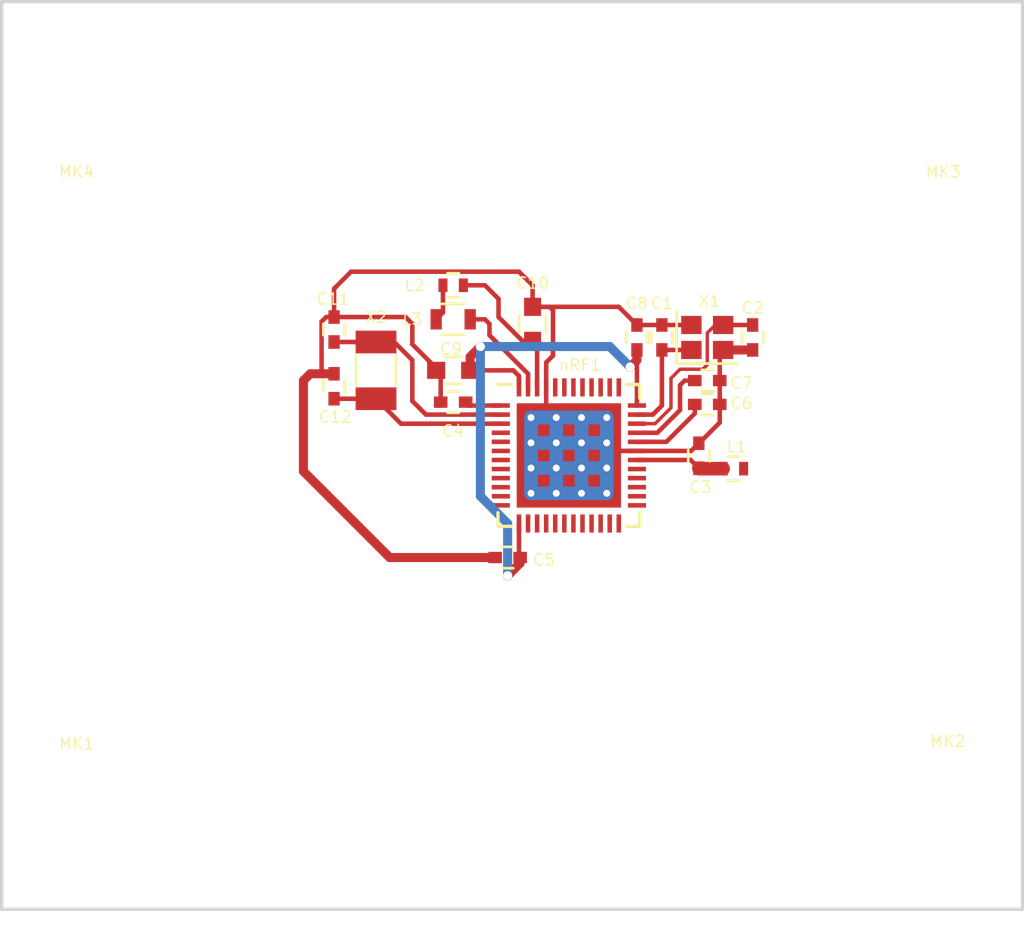
<source format=kicad_pcb>
(kicad_pcb (version 4) (host pcbnew 4.0.7-e1-6374~58~ubuntu16.04.1)

  (general
    (links 54)
    (no_connects 0)
    (area 74.924999 79.924999 120.075001 165.075001)
    (thickness 1.6)
    (drawings 4)
    (tracks 155)
    (zones 0)
    (modules 22)
    (nets 48)
  )

  (page USLetter)
  (title_block
    (date 2017-07-22)
    (rev 0.9)
  )

  (layers
    (0 F.Cu signal)
    (31 B.Cu signal)
    (32 B.Adhes user)
    (33 F.Adhes user)
    (34 B.Paste user)
    (35 F.Paste user)
    (36 B.SilkS user)
    (37 F.SilkS user)
    (38 B.Mask user)
    (39 F.Mask user)
    (40 Dwgs.User user)
    (41 Cmts.User user)
    (42 Eco1.User user)
    (43 Eco2.User user)
    (44 Edge.Cuts user)
    (45 Margin user)
    (46 B.CrtYd user)
    (47 F.CrtYd user)
    (48 B.Fab user)
    (49 F.Fab user)
  )

  (setup
    (last_trace_width 0.4)
    (user_trace_width 0.15)
    (user_trace_width 0.2)
    (user_trace_width 0.3)
    (user_trace_width 0.4)
    (user_trace_width 0.6)
    (trace_clearance 0.15)
    (zone_clearance 0.15)
    (zone_45_only yes)
    (trace_min 0.15)
    (segment_width 0.2)
    (edge_width 0.15)
    (via_size 0.41)
    (via_drill 0.4)
    (via_min_size 0.4)
    (via_min_drill 0.4)
    (uvia_size 0.4)
    (uvia_drill 0.1)
    (uvias_allowed no)
    (uvia_min_size 0.4)
    (uvia_min_drill 0.1)
    (pcb_text_width 0.3)
    (pcb_text_size 1.5 1.5)
    (mod_edge_width 0.15)
    (mod_text_size 1 1)
    (mod_text_width 0.15)
    (pad_size 1.524 1.524)
    (pad_drill 0.762)
    (pad_to_mask_clearance 0.2)
    (aux_axis_origin 0 0)
    (visible_elements 7FFFFFFF)
    (pcbplotparams
      (layerselection 0x00030_80000001)
      (usegerberextensions false)
      (excludeedgelayer true)
      (linewidth 0.100000)
      (plotframeref false)
      (viasonmask false)
      (mode 1)
      (useauxorigin false)
      (hpglpennumber 1)
      (hpglpenspeed 20)
      (hpglpendiameter 15)
      (hpglpenoverlay 2)
      (psnegative false)
      (psa4output false)
      (plotreference true)
      (plotvalue true)
      (plotinvisibletext false)
      (padsonsilk false)
      (subtractmaskfromsilk false)
      (outputformat 1)
      (mirror false)
      (drillshape 1)
      (scaleselection 1)
      (outputdirectory ""))
  )

  (net 0 "")
  (net 1 GND)
  (net 2 "Net-(C1-Pad2)")
  (net 3 "Net-(C2-Pad2)")
  (net 4 "Net-(C3-Pad2)")
  (net 5 +3V3)
  (net 6 /DEC4)
  (net 7 "Net-(L2-Pad1)")
  (net 8 /DEC1)
  (net 9 /DEC2)
  (net 10 /DEC3)
  (net 11 "Net-(L2-Pad2)")
  (net 12 /P0.00/XL1)
  (net 13 /P0.01/XL2)
  (net 14 /RF)
  (net 15 /P0.02/AIN0)
  (net 16 /P0.03/AIN1)
  (net 17 /P0.04/AIN2)
  (net 18 /P0.05/AIN3)
  (net 19 /P0.06)
  (net 20 /P0.07)
  (net 21 /P0.08)
  (net 22 /P0.11)
  (net 23 /P0.12)
  (net 24 /P0.13)
  (net 25 /P0.14)
  (net 26 /P0.15)
  (net 27 /P0.16)
  (net 28 /P0.17)
  (net 29 /P0.18)
  (net 30 /P0.19)
  (net 31 /P0.20)
  (net 32 /P0.21)
  (net 33 /SWDCLK)
  (net 34 /SWDIO)
  (net 35 /P0.22)
  (net 36 /P0.23)
  (net 37 /P0.24)
  (net 38 /P0.25)
  (net 39 /P0.26)
  (net 40 /P0.27)
  (net 41 /P0.28/AIN04)
  (net 42 /P0.29/AIN05)
  (net 43 /P0.30/AIN06)
  (net 44 /P0.31/AIN07)
  (net 45 "Net-(nRF1-Pad44)")
  (net 46 /P0.09)
  (net 47 /P0.10)

  (net_class Default "This is the default net class."
    (clearance 0.15)
    (trace_width 0.2)
    (via_dia 0.41)
    (via_drill 0.4)
    (uvia_dia 0.4)
    (uvia_drill 0.1)
    (add_net +3V3)
    (add_net /DEC1)
    (add_net /DEC2)
    (add_net /DEC3)
    (add_net /DEC4)
    (add_net /P0.00/XL1)
    (add_net /P0.01/XL2)
    (add_net /P0.02/AIN0)
    (add_net /P0.03/AIN1)
    (add_net /P0.04/AIN2)
    (add_net /P0.05/AIN3)
    (add_net /P0.06)
    (add_net /P0.07)
    (add_net /P0.08)
    (add_net /P0.09)
    (add_net /P0.10)
    (add_net /P0.11)
    (add_net /P0.12)
    (add_net /P0.13)
    (add_net /P0.14)
    (add_net /P0.15)
    (add_net /P0.16)
    (add_net /P0.17)
    (add_net /P0.18)
    (add_net /P0.19)
    (add_net /P0.20)
    (add_net /P0.21)
    (add_net /P0.22)
    (add_net /P0.23)
    (add_net /P0.24)
    (add_net /P0.25)
    (add_net /P0.26)
    (add_net /P0.27)
    (add_net /P0.28/AIN04)
    (add_net /P0.29/AIN05)
    (add_net /P0.30/AIN06)
    (add_net /P0.31/AIN07)
    (add_net /RF)
    (add_net /SWDCLK)
    (add_net /SWDIO)
    (add_net GND)
    (add_net "Net-(C1-Pad2)")
    (add_net "Net-(C2-Pad2)")
    (add_net "Net-(L2-Pad1)")
    (add_net "Net-(L2-Pad2)")
    (add_net "Net-(nRF1-Pad44)")
  )

  (net_class Crystal ""
    (clearance 0.15)
    (trace_width 0.15)
    (via_dia 0.41)
    (via_drill 0.4)
    (uvia_dia 0.4)
    (uvia_drill 0.1)
  )

  (net_class RF ""
    (clearance 0.15)
    (trace_width 0.6)
    (via_dia 0.41)
    (via_drill 0.4)
    (uvia_dia 0.4)
    (uvia_drill 0.1)
    (add_net "Net-(C3-Pad2)")
  )

  (module Crystals:Crystal_SMD_3215-2pin_3.2x1.5mm (layer F.Cu) (tedit 597CFD44) (tstamp 5973D460)
    (at 91.5 96.25 90)
    (descr "SMD Crystal FC-135 https://support.epson.biz/td/api/doc_check.php?dl=brief_FC-135R_en.pdf")
    (tags "SMD SMT Crystal")
    (path /59739DF8)
    (attr smd)
    (fp_text reference X2 (at 2.35 0 180) (layer F.SilkS)
      (effects (font (size 0.5 0.5) (thickness 0.0625)))
    )
    (fp_text value 32.768kHz (at -2.81 -0.0092 180) (layer F.Fab)
      (effects (font (size 0.5 0.5) (thickness 0.0625)))
    )
    (fp_text user %R (at 0 -0.05 90) (layer F.Fab)
      (effects (font (size 0.25 0.25) (thickness 0.0625)))
    )
    (fp_line (start -2 -1.15) (end 2 -1.15) (layer F.CrtYd) (width 0.05))
    (fp_line (start -1.6 -0.75) (end -1.6 0.75) (layer F.Fab) (width 0.1))
    (fp_line (start -0.675 0.875) (end 0.675 0.875) (layer F.SilkS) (width 0.12))
    (fp_line (start -0.675 -0.875) (end 0.675 -0.875) (layer F.SilkS) (width 0.12))
    (fp_line (start 1.6 -0.75) (end 1.6 0.75) (layer F.Fab) (width 0.1))
    (fp_line (start -1.6 -0.75) (end 1.6 -0.75) (layer F.Fab) (width 0.1))
    (fp_line (start -1.6 0.75) (end 1.6 0.75) (layer F.Fab) (width 0.1))
    (fp_line (start -2 1.15) (end 2 1.15) (layer F.CrtYd) (width 0.05))
    (fp_line (start -2 -1.15) (end -2 1.15) (layer F.CrtYd) (width 0.05))
    (fp_line (start 2 -1.15) (end 2 1.15) (layer F.CrtYd) (width 0.05))
    (pad 1 smd rect (at 1.25 0 90) (size 1 1.8) (layers F.Cu F.Paste F.Mask)
      (net 12 /P0.00/XL1))
    (pad 2 smd rect (at -1.25 0 90) (size 1 1.8) (layers F.Cu F.Paste F.Mask)
      (net 13 /P0.01/XL2))
    (model ${KISYS3DMOD}/Crystals.3dshapes/Crystal_SMD_3215-2pin_3.2x1.5mm.wrl
      (at (xyz 0 0 0))
      (scale (xyz 1 1 1))
      (rotate (xyz 0 0 0))
    )
  )

  (module Capacitors_SMD:C_0402 (layer F.Cu) (tedit 597CFD79) (tstamp 5973BECF)
    (at 104.1 94.8 270)
    (descr "Capacitor SMD 0402, reflow soldering, AVX (see smccp.pdf)")
    (tags "capacitor 0402")
    (path /59739DFC)
    (attr smd)
    (fp_text reference C1 (at -1.5 0 360) (layer F.SilkS)
      (effects (font (size 0.5 0.5) (thickness 0.0625)))
    )
    (fp_text value 12pF (at -2.852 0.0616 270) (layer F.Fab)
      (effects (font (size 0.5 0.5) (thickness 0.0625)))
    )
    (fp_text user %R (at 0 0 270) (layer F.Fab)
      (effects (font (size 0.25 0.25) (thickness 0.0625)))
    )
    (fp_line (start -0.5 0.25) (end -0.5 -0.25) (layer F.Fab) (width 0.1))
    (fp_line (start 0.5 0.25) (end -0.5 0.25) (layer F.Fab) (width 0.1))
    (fp_line (start 0.5 -0.25) (end 0.5 0.25) (layer F.Fab) (width 0.1))
    (fp_line (start -0.5 -0.25) (end 0.5 -0.25) (layer F.Fab) (width 0.1))
    (fp_line (start 0.25 -0.47) (end -0.25 -0.47) (layer F.SilkS) (width 0.12))
    (fp_line (start -0.25 0.47) (end 0.25 0.47) (layer F.SilkS) (width 0.12))
    (fp_line (start -1 -0.4) (end 1 -0.4) (layer F.CrtYd) (width 0.05))
    (fp_line (start -1 -0.4) (end -1 0.4) (layer F.CrtYd) (width 0.05))
    (fp_line (start 1 0.4) (end 1 -0.4) (layer F.CrtYd) (width 0.05))
    (fp_line (start 1 0.4) (end -1 0.4) (layer F.CrtYd) (width 0.05))
    (pad 1 smd rect (at -0.55 0 270) (size 0.6 0.5) (layers F.Cu F.Paste F.Mask)
      (net 1 GND))
    (pad 2 smd rect (at 0.55 0 270) (size 0.6 0.5) (layers F.Cu F.Paste F.Mask)
      (net 2 "Net-(C1-Pad2)"))
    (model Capacitors_SMD.3dshapes/C_0402.wrl
      (at (xyz 0 0 0))
      (scale (xyz 1 1 1))
      (rotate (xyz 0 0 0))
    )
  )

  (module Capacitors_SMD:C_0402 (layer F.Cu) (tedit 597CFD87) (tstamp 5973BED5)
    (at 108.1 94.8 90)
    (descr "Capacitor SMD 0402, reflow soldering, AVX (see smccp.pdf)")
    (tags "capacitor 0402")
    (path /59739DFD)
    (attr smd)
    (fp_text reference C2 (at 1.3 0 180) (layer F.SilkS)
      (effects (font (size 0.5 0.5) (thickness 0.0625)))
    )
    (fp_text value 12pF (at 0.1088 0.9676 90) (layer F.Fab)
      (effects (font (size 0.5 0.5) (thickness 0.0625)))
    )
    (fp_text user %R (at 0 0 90) (layer F.Fab)
      (effects (font (size 0.25 0.25) (thickness 0.0625)))
    )
    (fp_line (start -0.5 0.25) (end -0.5 -0.25) (layer F.Fab) (width 0.1))
    (fp_line (start 0.5 0.25) (end -0.5 0.25) (layer F.Fab) (width 0.1))
    (fp_line (start 0.5 -0.25) (end 0.5 0.25) (layer F.Fab) (width 0.1))
    (fp_line (start -0.5 -0.25) (end 0.5 -0.25) (layer F.Fab) (width 0.1))
    (fp_line (start 0.25 -0.47) (end -0.25 -0.47) (layer F.SilkS) (width 0.12))
    (fp_line (start -0.25 0.47) (end 0.25 0.47) (layer F.SilkS) (width 0.12))
    (fp_line (start -1 -0.4) (end 1 -0.4) (layer F.CrtYd) (width 0.05))
    (fp_line (start -1 -0.4) (end -1 0.4) (layer F.CrtYd) (width 0.05))
    (fp_line (start 1 0.4) (end 1 -0.4) (layer F.CrtYd) (width 0.05))
    (fp_line (start 1 0.4) (end -1 0.4) (layer F.CrtYd) (width 0.05))
    (pad 1 smd rect (at -0.55 0 90) (size 0.6 0.5) (layers F.Cu F.Paste F.Mask)
      (net 1 GND))
    (pad 2 smd rect (at 0.55 0 90) (size 0.6 0.5) (layers F.Cu F.Paste F.Mask)
      (net 3 "Net-(C2-Pad2)"))
    (model Capacitors_SMD.3dshapes/C_0402.wrl
      (at (xyz 0 0 0))
      (scale (xyz 1 1 1))
      (rotate (xyz 0 0 0))
    )
  )

  (module Capacitors_SMD:C_0402 (layer F.Cu) (tedit 597CFD9E) (tstamp 5973BEDB)
    (at 105.7275 100.0125 270)
    (descr "Capacitor SMD 0402, reflow soldering, AVX (see smccp.pdf)")
    (tags "capacitor 0402")
    (path /59739E02)
    (attr smd)
    (fp_text reference C3 (at 1.3875 -0.0725 360) (layer F.SilkS)
      (effects (font (size 0.5 0.5) (thickness 0.0625)))
    )
    (fp_text value 0.8pF (at 2.6543 -0.0381 270) (layer F.Fab)
      (effects (font (size 0.5 0.5) (thickness 0.0625)))
    )
    (fp_text user %R (at 0 0 270) (layer F.Fab)
      (effects (font (size 0.25 0.25) (thickness 0.0625)))
    )
    (fp_line (start -0.5 0.25) (end -0.5 -0.25) (layer F.Fab) (width 0.1))
    (fp_line (start 0.5 0.25) (end -0.5 0.25) (layer F.Fab) (width 0.1))
    (fp_line (start 0.5 -0.25) (end 0.5 0.25) (layer F.Fab) (width 0.1))
    (fp_line (start -0.5 -0.25) (end 0.5 -0.25) (layer F.Fab) (width 0.1))
    (fp_line (start 0.25 -0.47) (end -0.25 -0.47) (layer F.SilkS) (width 0.12))
    (fp_line (start -0.25 0.47) (end 0.25 0.47) (layer F.SilkS) (width 0.12))
    (fp_line (start -1 -0.4) (end 1 -0.4) (layer F.CrtYd) (width 0.05))
    (fp_line (start -1 -0.4) (end -1 0.4) (layer F.CrtYd) (width 0.05))
    (fp_line (start 1 0.4) (end 1 -0.4) (layer F.CrtYd) (width 0.05))
    (fp_line (start 1 0.4) (end -1 0.4) (layer F.CrtYd) (width 0.05))
    (pad 1 smd rect (at -0.55 0 270) (size 0.6 0.5) (layers F.Cu F.Paste F.Mask)
      (net 1 GND))
    (pad 2 smd rect (at 0.55 0 270) (size 0.6 0.5) (layers F.Cu F.Paste F.Mask)
      (net 4 "Net-(C3-Pad2)"))
    (model Capacitors_SMD.3dshapes/C_0402.wrl
      (at (xyz 0 0 0))
      (scale (xyz 1 1 1))
      (rotate (xyz 0 0 0))
    )
  )

  (module Capacitors_SMD:C_0402 (layer F.Cu) (tedit 597CFD22) (tstamp 5973BEE1)
    (at 94.9 97.65 180)
    (descr "Capacitor SMD 0402, reflow soldering, AVX (see smccp.pdf)")
    (tags "capacitor 0402")
    (path /59739DEC)
    (attr smd)
    (fp_text reference C4 (at 0 -1.27 180) (layer F.SilkS)
      (effects (font (size 0.5 0.5) (thickness 0.0625)))
    )
    (fp_text value 100nF (at 0.158 -2.0196 180) (layer F.Fab)
      (effects (font (size 0.5 0.5) (thickness 0.0625)))
    )
    (fp_text user %R (at 0 0 180) (layer F.Fab)
      (effects (font (size 0.25 0.25) (thickness 0.0625)))
    )
    (fp_line (start -0.5 0.25) (end -0.5 -0.25) (layer F.Fab) (width 0.1))
    (fp_line (start 0.5 0.25) (end -0.5 0.25) (layer F.Fab) (width 0.1))
    (fp_line (start 0.5 -0.25) (end 0.5 0.25) (layer F.Fab) (width 0.1))
    (fp_line (start -0.5 -0.25) (end 0.5 -0.25) (layer F.Fab) (width 0.1))
    (fp_line (start 0.25 -0.47) (end -0.25 -0.47) (layer F.SilkS) (width 0.12))
    (fp_line (start -0.25 0.47) (end 0.25 0.47) (layer F.SilkS) (width 0.12))
    (fp_line (start -1 -0.4) (end 1 -0.4) (layer F.CrtYd) (width 0.05))
    (fp_line (start -1 -0.4) (end -1 0.4) (layer F.CrtYd) (width 0.05))
    (fp_line (start 1 0.4) (end 1 -0.4) (layer F.CrtYd) (width 0.05))
    (fp_line (start 1 0.4) (end -1 0.4) (layer F.CrtYd) (width 0.05))
    (pad 1 smd rect (at -0.55 0 180) (size 0.6 0.5) (layers F.Cu F.Paste F.Mask)
      (net 8 /DEC1))
    (pad 2 smd rect (at 0.55 0 180) (size 0.6 0.5) (layers F.Cu F.Paste F.Mask)
      (net 1 GND))
    (model Capacitors_SMD.3dshapes/C_0402.wrl
      (at (xyz 0 0 0))
      (scale (xyz 1 1 1))
      (rotate (xyz 0 0 0))
    )
  )

  (module Capacitors_SMD:C_0402 (layer F.Cu) (tedit 597CFCFF) (tstamp 5973BEE7)
    (at 97.3 104.5 180)
    (descr "Capacitor SMD 0402, reflow soldering, AVX (see smccp.pdf)")
    (tags "capacitor 0402")
    (path /59739DEE)
    (attr smd)
    (fp_text reference C5 (at -1.6 -0.1 180) (layer F.SilkS)
      (effects (font (size 0.5 0.5) (thickness 0.0625)))
    )
    (fp_text value 100nF (at -0.1344 -1.4688 180) (layer F.Fab)
      (effects (font (size 0.5 0.5) (thickness 0.0625)))
    )
    (fp_text user %R (at 0 0 180) (layer F.Fab)
      (effects (font (size 0.25 0.25) (thickness 0.0625)))
    )
    (fp_line (start -0.5 0.25) (end -0.5 -0.25) (layer F.Fab) (width 0.1))
    (fp_line (start 0.5 0.25) (end -0.5 0.25) (layer F.Fab) (width 0.1))
    (fp_line (start 0.5 -0.25) (end 0.5 0.25) (layer F.Fab) (width 0.1))
    (fp_line (start -0.5 -0.25) (end 0.5 -0.25) (layer F.Fab) (width 0.1))
    (fp_line (start 0.25 -0.47) (end -0.25 -0.47) (layer F.SilkS) (width 0.12))
    (fp_line (start -0.25 0.47) (end 0.25 0.47) (layer F.SilkS) (width 0.12))
    (fp_line (start -1 -0.4) (end 1 -0.4) (layer F.CrtYd) (width 0.05))
    (fp_line (start -1 -0.4) (end -1 0.4) (layer F.CrtYd) (width 0.05))
    (fp_line (start 1 0.4) (end 1 -0.4) (layer F.CrtYd) (width 0.05))
    (fp_line (start 1 0.4) (end -1 0.4) (layer F.CrtYd) (width 0.05))
    (pad 1 smd rect (at -0.55 0 180) (size 0.6 0.5) (layers F.Cu F.Paste F.Mask)
      (net 5 +3V3))
    (pad 2 smd rect (at 0.55 0 180) (size 0.6 0.5) (layers F.Cu F.Paste F.Mask)
      (net 1 GND))
    (model Capacitors_SMD.3dshapes/C_0402.wrl
      (at (xyz 0 0 0))
      (scale (xyz 1 1 1))
      (rotate (xyz 0 0 0))
    )
  )

  (module Capacitors_SMD:C_0402 (layer F.Cu) (tedit 597CFDAB) (tstamp 5973BEED)
    (at 106.1 97.75 180)
    (descr "Capacitor SMD 0402, reflow soldering, AVX (see smccp.pdf)")
    (tags "capacitor 0402")
    (path /59739E00)
    (attr smd)
    (fp_text reference C6 (at -1.5 0.05 180) (layer F.SilkS)
      (effects (font (size 0.5 0.5) (thickness 0.0625)))
    )
    (fp_text value N.M (at -2.7644 0.0616 180) (layer F.Fab)
      (effects (font (size 0.5 0.5) (thickness 0.0625)))
    )
    (fp_text user %R (at 0 0 180) (layer F.Fab)
      (effects (font (size 0.25 0.25) (thickness 0.0625)))
    )
    (fp_line (start -0.5 0.25) (end -0.5 -0.25) (layer F.Fab) (width 0.1))
    (fp_line (start 0.5 0.25) (end -0.5 0.25) (layer F.Fab) (width 0.1))
    (fp_line (start 0.5 -0.25) (end 0.5 0.25) (layer F.Fab) (width 0.1))
    (fp_line (start -0.5 -0.25) (end 0.5 -0.25) (layer F.Fab) (width 0.1))
    (fp_line (start 0.25 -0.47) (end -0.25 -0.47) (layer F.SilkS) (width 0.12))
    (fp_line (start -0.25 0.47) (end 0.25 0.47) (layer F.SilkS) (width 0.12))
    (fp_line (start -1 -0.4) (end 1 -0.4) (layer F.CrtYd) (width 0.05))
    (fp_line (start -1 -0.4) (end -1 0.4) (layer F.CrtYd) (width 0.05))
    (fp_line (start 1 0.4) (end 1 -0.4) (layer F.CrtYd) (width 0.05))
    (fp_line (start 1 0.4) (end -1 0.4) (layer F.CrtYd) (width 0.05))
    (pad 1 smd rect (at -0.55 0 180) (size 0.6 0.5) (layers F.Cu F.Paste F.Mask)
      (net 1 GND))
    (pad 2 smd rect (at 0.55 0 180) (size 0.6 0.5) (layers F.Cu F.Paste F.Mask)
      (net 9 /DEC2))
    (model Capacitors_SMD.3dshapes/C_0402.wrl
      (at (xyz 0 0 0))
      (scale (xyz 1 1 1))
      (rotate (xyz 0 0 0))
    )
  )

  (module Capacitors_SMD:C_0402 (layer F.Cu) (tedit 597CFDAF) (tstamp 5973BEF3)
    (at 106.1 96.7 180)
    (descr "Capacitor SMD 0402, reflow soldering, AVX (see smccp.pdf)")
    (tags "capacitor 0402")
    (path /59739DFF)
    (attr smd)
    (fp_text reference C7 (at -1.5 -0.1 180) (layer F.SilkS)
      (effects (font (size 0.5 0.5) (thickness 0.0625)))
    )
    (fp_text value 100pF (at -3.2216 -0.0232 180) (layer F.Fab)
      (effects (font (size 0.5 0.5) (thickness 0.0625)))
    )
    (fp_text user %R (at 0 -0.0635 180) (layer F.Fab)
      (effects (font (size 0.25 0.25) (thickness 0.0625)))
    )
    (fp_line (start -0.5 0.25) (end -0.5 -0.25) (layer F.Fab) (width 0.1))
    (fp_line (start 0.5 0.25) (end -0.5 0.25) (layer F.Fab) (width 0.1))
    (fp_line (start 0.5 -0.25) (end 0.5 0.25) (layer F.Fab) (width 0.1))
    (fp_line (start -0.5 -0.25) (end 0.5 -0.25) (layer F.Fab) (width 0.1))
    (fp_line (start 0.25 -0.47) (end -0.25 -0.47) (layer F.SilkS) (width 0.12))
    (fp_line (start -0.25 0.47) (end 0.25 0.47) (layer F.SilkS) (width 0.12))
    (fp_line (start -1 -0.4) (end 1 -0.4) (layer F.CrtYd) (width 0.05))
    (fp_line (start -1 -0.4) (end -1 0.4) (layer F.CrtYd) (width 0.05))
    (fp_line (start 1 0.4) (end 1 -0.4) (layer F.CrtYd) (width 0.05))
    (fp_line (start 1 0.4) (end -1 0.4) (layer F.CrtYd) (width 0.05))
    (pad 1 smd rect (at -0.55 0 180) (size 0.6 0.5) (layers F.Cu F.Paste F.Mask)
      (net 1 GND))
    (pad 2 smd rect (at 0.55 0 180) (size 0.6 0.5) (layers F.Cu F.Paste F.Mask)
      (net 10 /DEC3))
    (model Capacitors_SMD.3dshapes/C_0402.wrl
      (at (xyz 0 0 0))
      (scale (xyz 1 1 1))
      (rotate (xyz 0 0 0))
    )
  )

  (module Capacitors_SMD:C_0402 (layer F.Cu) (tedit 597CFD75) (tstamp 5973BEF9)
    (at 103 94.8 90)
    (descr "Capacitor SMD 0402, reflow soldering, AVX (see smccp.pdf)")
    (tags "capacitor 0402")
    (path /59739DF5)
    (attr smd)
    (fp_text reference C8 (at 1.5 0 180) (layer F.SilkS)
      (effects (font (size 0.5 0.5) (thickness 0.0625)))
    )
    (fp_text value 100nF (at 3.1568 0.0732 90) (layer F.Fab)
      (effects (font (size 0.5 0.5) (thickness 0.0625)))
    )
    (fp_text user %R (at 0 0 90) (layer F.Fab)
      (effects (font (size 0.25 0.25) (thickness 0.0625)))
    )
    (fp_line (start -0.5 0.25) (end -0.5 -0.25) (layer F.Fab) (width 0.1))
    (fp_line (start 0.5 0.25) (end -0.5 0.25) (layer F.Fab) (width 0.1))
    (fp_line (start 0.5 -0.25) (end 0.5 0.25) (layer F.Fab) (width 0.1))
    (fp_line (start -0.5 -0.25) (end 0.5 -0.25) (layer F.Fab) (width 0.1))
    (fp_line (start 0.25 -0.47) (end -0.25 -0.47) (layer F.SilkS) (width 0.12))
    (fp_line (start -0.25 0.47) (end 0.25 0.47) (layer F.SilkS) (width 0.12))
    (fp_line (start -1 -0.4) (end 1 -0.4) (layer F.CrtYd) (width 0.05))
    (fp_line (start -1 -0.4) (end -1 0.4) (layer F.CrtYd) (width 0.05))
    (fp_line (start 1 0.4) (end 1 -0.4) (layer F.CrtYd) (width 0.05))
    (fp_line (start 1 0.4) (end -1 0.4) (layer F.CrtYd) (width 0.05))
    (pad 1 smd rect (at -0.55 0 90) (size 0.6 0.5) (layers F.Cu F.Paste F.Mask)
      (net 5 +3V3))
    (pad 2 smd rect (at 0.55 0 90) (size 0.6 0.5) (layers F.Cu F.Paste F.Mask)
      (net 1 GND))
    (model Capacitors_SMD.3dshapes/C_0402.wrl
      (at (xyz 0 0 0))
      (scale (xyz 1 1 1))
      (rotate (xyz 0 0 0))
    )
  )

  (module Capacitors_SMD:C_0603 (layer F.Cu) (tedit 597CFD35) (tstamp 5973BEFF)
    (at 94.9 96.25 180)
    (descr "Capacitor SMD 0603, reflow soldering, AVX (see smccp.pdf)")
    (tags "capacitor 0603")
    (path /59739DE9)
    (attr smd)
    (fp_text reference C9 (at 0.1 0.95 180) (layer F.SilkS)
      (effects (font (size 0.5 0.5) (thickness 0.0625)))
    )
    (fp_text value 4.7uF (at 1.8344 -0.016 270) (layer F.Fab)
      (effects (font (size 0.5 0.5) (thickness 0.125)))
    )
    (fp_text user %R (at 0 0 180) (layer F.Fab)
      (effects (font (size 0.25 0.25) (thickness 0.0625)))
    )
    (fp_line (start -0.8 0.4) (end -0.8 -0.4) (layer F.Fab) (width 0.1))
    (fp_line (start 0.8 0.4) (end -0.8 0.4) (layer F.Fab) (width 0.1))
    (fp_line (start 0.8 -0.4) (end 0.8 0.4) (layer F.Fab) (width 0.1))
    (fp_line (start -0.8 -0.4) (end 0.8 -0.4) (layer F.Fab) (width 0.1))
    (fp_line (start -0.35 -0.6) (end 0.35 -0.6) (layer F.SilkS) (width 0.12))
    (fp_line (start 0.35 0.6) (end -0.35 0.6) (layer F.SilkS) (width 0.12))
    (fp_line (start -1.4 -0.65) (end 1.4 -0.65) (layer F.CrtYd) (width 0.05))
    (fp_line (start -1.4 -0.65) (end -1.4 0.65) (layer F.CrtYd) (width 0.05))
    (fp_line (start 1.4 0.65) (end 1.4 -0.65) (layer F.CrtYd) (width 0.05))
    (fp_line (start 1.4 0.65) (end -1.4 0.65) (layer F.CrtYd) (width 0.05))
    (pad 1 smd rect (at -0.75 0 180) (size 0.8 0.75) (layers F.Cu F.Paste F.Mask)
      (net 5 +3V3))
    (pad 2 smd rect (at 0.75 0 180) (size 0.8 0.75) (layers F.Cu F.Paste F.Mask)
      (net 1 GND))
    (model Capacitors_SMD.3dshapes/C_0603.wrl
      (at (xyz 0 0 0))
      (scale (xyz 1 1 1))
      (rotate (xyz 0 0 0))
    )
  )

  (module Capacitors_SMD:C_0603 (layer F.Cu) (tedit 597CFD60) (tstamp 5973BF05)
    (at 98.4 94.2 90)
    (descr "Capacitor SMD 0603, reflow soldering, AVX (see smccp.pdf)")
    (tags "capacitor 0603")
    (path /59739E0B)
    (attr smd)
    (fp_text reference C10 (at 1.8 0 180) (layer F.SilkS)
      (effects (font (size 0.5 0.5) (thickness 0.0625)))
    )
    (fp_text value 1.0uF (at 0.3724 1.168 90) (layer F.Fab)
      (effects (font (size 0.5 0.5) (thickness 0.0625)))
    )
    (fp_text user %R (at 0 -0.0635 90) (layer F.Fab)
      (effects (font (size 0.25 0.25) (thickness 0.0625)))
    )
    (fp_line (start -0.8 0.4) (end -0.8 -0.4) (layer F.Fab) (width 0.1))
    (fp_line (start 0.8 0.4) (end -0.8 0.4) (layer F.Fab) (width 0.1))
    (fp_line (start 0.8 -0.4) (end 0.8 0.4) (layer F.Fab) (width 0.1))
    (fp_line (start -0.8 -0.4) (end 0.8 -0.4) (layer F.Fab) (width 0.1))
    (fp_line (start -0.35 -0.6) (end 0.35 -0.6) (layer F.SilkS) (width 0.12))
    (fp_line (start 0.35 0.6) (end -0.35 0.6) (layer F.SilkS) (width 0.12))
    (fp_line (start -1.4 -0.65) (end 1.4 -0.65) (layer F.CrtYd) (width 0.05))
    (fp_line (start -1.4 -0.65) (end -1.4 0.65) (layer F.CrtYd) (width 0.05))
    (fp_line (start 1.4 0.65) (end 1.4 -0.65) (layer F.CrtYd) (width 0.05))
    (fp_line (start 1.4 0.65) (end -1.4 0.65) (layer F.CrtYd) (width 0.05))
    (pad 1 smd rect (at -0.75 0 90) (size 0.8 0.75) (layers F.Cu F.Paste F.Mask)
      (net 6 /DEC4))
    (pad 2 smd rect (at 0.75 0 90) (size 0.8 0.75) (layers F.Cu F.Paste F.Mask)
      (net 1 GND))
    (model Capacitors_SMD.3dshapes/C_0603.wrl
      (at (xyz 0 0 0))
      (scale (xyz 1 1 1))
      (rotate (xyz 0 0 0))
    )
  )

  (module Capacitors_SMD:C_0402 (layer F.Cu) (tedit 597CFD48) (tstamp 5973BF0B)
    (at 89.65 94.45 90)
    (descr "Capacitor SMD 0402, reflow soldering, AVX (see smccp.pdf)")
    (tags "capacitor 0402")
    (path /59739DF9)
    (attr smd)
    (fp_text reference C11 (at 1.35 -0.05 180) (layer F.SilkS)
      (effects (font (size 0.5 0.5) (thickness 0.0625)))
    )
    (fp_text value 12pF (at 0.0128 -1.1564 90) (layer F.Fab)
      (effects (font (size 0.5 0.5) (thickness 0.0625)))
    )
    (fp_text user %R (at 0 0 90) (layer F.Fab)
      (effects (font (size 0.25 0.25) (thickness 0.0625)))
    )
    (fp_line (start -0.5 0.25) (end -0.5 -0.25) (layer F.Fab) (width 0.1))
    (fp_line (start 0.5 0.25) (end -0.5 0.25) (layer F.Fab) (width 0.1))
    (fp_line (start 0.5 -0.25) (end 0.5 0.25) (layer F.Fab) (width 0.1))
    (fp_line (start -0.5 -0.25) (end 0.5 -0.25) (layer F.Fab) (width 0.1))
    (fp_line (start 0.25 -0.47) (end -0.25 -0.47) (layer F.SilkS) (width 0.12))
    (fp_line (start -0.25 0.47) (end 0.25 0.47) (layer F.SilkS) (width 0.12))
    (fp_line (start -1 -0.4) (end 1 -0.4) (layer F.CrtYd) (width 0.05))
    (fp_line (start -1 -0.4) (end -1 0.4) (layer F.CrtYd) (width 0.05))
    (fp_line (start 1 0.4) (end 1 -0.4) (layer F.CrtYd) (width 0.05))
    (fp_line (start 1 0.4) (end -1 0.4) (layer F.CrtYd) (width 0.05))
    (pad 1 smd rect (at -0.55 0 90) (size 0.6 0.5) (layers F.Cu F.Paste F.Mask)
      (net 12 /P0.00/XL1))
    (pad 2 smd rect (at 0.55 0 90) (size 0.6 0.5) (layers F.Cu F.Paste F.Mask)
      (net 1 GND))
    (model Capacitors_SMD.3dshapes/C_0402.wrl
      (at (xyz 0 0 0))
      (scale (xyz 1 1 1))
      (rotate (xyz 0 0 0))
    )
  )

  (module Capacitors_SMD:C_0402 (layer F.Cu) (tedit 597CFD28) (tstamp 5973BF11)
    (at 89.65 96.95 90)
    (descr "Capacitor SMD 0402, reflow soldering, AVX (see smccp.pdf)")
    (tags "capacitor 0402")
    (path /59739DFA)
    (attr smd)
    (fp_text reference C12 (at -1.35 0.05 180) (layer F.SilkS)
      (effects (font (size 0.5 0.5) (thickness 0.0625)))
    )
    (fp_text value 12pF (at -0.078 -1.1564 90) (layer F.Fab)
      (effects (font (size 0.5 0.5) (thickness 0.0625)))
    )
    (fp_text user %R (at 0 0 90) (layer F.Fab)
      (effects (font (size 0.25 0.25) (thickness 0.0625)))
    )
    (fp_line (start -0.5 0.25) (end -0.5 -0.25) (layer F.Fab) (width 0.1))
    (fp_line (start 0.5 0.25) (end -0.5 0.25) (layer F.Fab) (width 0.1))
    (fp_line (start 0.5 -0.25) (end 0.5 0.25) (layer F.Fab) (width 0.1))
    (fp_line (start -0.5 -0.25) (end 0.5 -0.25) (layer F.Fab) (width 0.1))
    (fp_line (start 0.25 -0.47) (end -0.25 -0.47) (layer F.SilkS) (width 0.12))
    (fp_line (start -0.25 0.47) (end 0.25 0.47) (layer F.SilkS) (width 0.12))
    (fp_line (start -1 -0.4) (end 1 -0.4) (layer F.CrtYd) (width 0.05))
    (fp_line (start -1 -0.4) (end -1 0.4) (layer F.CrtYd) (width 0.05))
    (fp_line (start 1 0.4) (end 1 -0.4) (layer F.CrtYd) (width 0.05))
    (fp_line (start 1 0.4) (end -1 0.4) (layer F.CrtYd) (width 0.05))
    (pad 1 smd rect (at -0.55 0 90) (size 0.6 0.5) (layers F.Cu F.Paste F.Mask)
      (net 13 /P0.01/XL2))
    (pad 2 smd rect (at 0.55 0 90) (size 0.6 0.5) (layers F.Cu F.Paste F.Mask)
      (net 1 GND))
    (model Capacitors_SMD.3dshapes/C_0402.wrl
      (at (xyz 0 0 0))
      (scale (xyz 1 1 1))
      (rotate (xyz 0 0 0))
    )
  )

  (module Inductors_SMD:L_0402 (layer F.Cu) (tedit 597CFDA3) (tstamp 5973BF23)
    (at 107.2515 100.584)
    (descr "Resistor SMD 0402, reflow soldering, Vishay (see dcrcw.pdf)")
    (tags "resistor 0402")
    (path /59739E04)
    (attr smd)
    (fp_text reference L1 (at 0.1485 -0.984) (layer F.SilkS)
      (effects (font (size 0.5 0.5) (thickness 0.0625)))
    )
    (fp_text value 3.9nH (at 2.1717 -0.0508) (layer F.Fab)
      (effects (font (size 0.5 0.5) (thickness 0.0625)))
    )
    (fp_line (start -0.5 0.25) (end -0.5 -0.25) (layer F.Fab) (width 0.1))
    (fp_line (start 0.5 0.25) (end -0.5 0.25) (layer F.Fab) (width 0.1))
    (fp_line (start 0.5 -0.25) (end 0.5 0.25) (layer F.Fab) (width 0.1))
    (fp_line (start -0.5 -0.25) (end 0.5 -0.25) (layer F.Fab) (width 0.1))
    (fp_line (start -0.95 -0.65) (end 0.95 -0.65) (layer F.CrtYd) (width 0.05))
    (fp_line (start -0.95 0.65) (end 0.95 0.65) (layer F.CrtYd) (width 0.05))
    (fp_line (start -0.95 -0.65) (end -0.95 0.65) (layer F.CrtYd) (width 0.05))
    (fp_line (start 0.95 -0.65) (end 0.95 0.65) (layer F.CrtYd) (width 0.05))
    (fp_line (start 0.25 -0.53) (end -0.25 -0.53) (layer F.SilkS) (width 0.12))
    (fp_line (start -0.25 0.53) (end 0.25 0.53) (layer F.SilkS) (width 0.12))
    (pad 1 smd rect (at -0.45 0) (size 0.4 0.6) (layers F.Cu F.Paste F.Mask)
      (net 4 "Net-(C3-Pad2)"))
    (pad 2 smd rect (at 0.45 0) (size 0.4 0.6) (layers F.Cu F.Paste F.Mask)
      (net 14 /RF))
    (model Inductors_SMD.3dshapes\L_0402.wrl
      (at (xyz 0 0 0))
      (scale (xyz 1 1 1))
      (rotate (xyz 0 0 0))
    )
  )

  (module Inductors_SMD:L_0603 (layer F.Cu) (tedit 597CFD50) (tstamp 5973BF29)
    (at 94.9 94)
    (descr "Resistor SMD 0603, reflow soldering, Vishay (see dcrcw.pdf)")
    (tags "resistor 0603")
    (path /59739E09)
    (attr smd)
    (fp_text reference L2 (at -1.7 -1.5) (layer F.SilkS)
      (effects (font (size 0.5 0.5) (thickness 0.0625)))
    )
    (fp_text value 10uH (at 1.874 -0.02 90) (layer F.Fab)
      (effects (font (size 0.5 0.5) (thickness 0.0625)))
    )
    (fp_line (start -0.8 0.4) (end -0.8 -0.4) (layer F.Fab) (width 0.1))
    (fp_line (start 0.8 0.4) (end -0.8 0.4) (layer F.Fab) (width 0.1))
    (fp_line (start 0.8 -0.4) (end 0.8 0.4) (layer F.Fab) (width 0.1))
    (fp_line (start -0.8 -0.4) (end 0.8 -0.4) (layer F.Fab) (width 0.1))
    (fp_line (start -1.3 -0.8) (end 1.3 -0.8) (layer F.CrtYd) (width 0.05))
    (fp_line (start -1.3 0.8) (end 1.3 0.8) (layer F.CrtYd) (width 0.05))
    (fp_line (start -1.3 -0.8) (end -1.3 0.8) (layer F.CrtYd) (width 0.05))
    (fp_line (start 1.3 -0.8) (end 1.3 0.8) (layer F.CrtYd) (width 0.05))
    (fp_line (start 0.5 0.68) (end -0.5 0.68) (layer F.SilkS) (width 0.12))
    (fp_line (start -0.5 -0.68) (end 0.5 -0.68) (layer F.SilkS) (width 0.12))
    (pad 1 smd rect (at -0.75 0) (size 0.5 0.9) (layers F.Cu F.Paste F.Mask)
      (net 7 "Net-(L2-Pad1)"))
    (pad 2 smd rect (at 0.75 0) (size 0.5 0.9) (layers F.Cu F.Paste F.Mask)
      (net 11 "Net-(L2-Pad2)"))
    (model Inductors_SMD.3dshapes\L_0603.wrl
      (at (xyz 0 0 0))
      (scale (xyz 1 1 1))
      (rotate (xyz 0 0 0))
    )
  )

  (module Inductors_SMD:L_0402 (layer F.Cu) (tedit 597CFD56) (tstamp 5973BF2F)
    (at 94.9 92.5 180)
    (descr "Resistor SMD 0402, reflow soldering, Vishay (see dcrcw.pdf)")
    (tags "resistor 0402")
    (path /59739E0A)
    (attr smd)
    (fp_text reference L3 (at 1.8 -1.5 180) (layer F.SilkS)
      (effects (font (size 0.5 0.5) (thickness 0.0625)))
    )
    (fp_text value 15nH (at 0.0056 1.1108 180) (layer F.Fab)
      (effects (font (size 0.5 0.5) (thickness 0.0625)))
    )
    (fp_line (start -0.5 0.25) (end -0.5 -0.25) (layer F.Fab) (width 0.1))
    (fp_line (start 0.5 0.25) (end -0.5 0.25) (layer F.Fab) (width 0.1))
    (fp_line (start 0.5 -0.25) (end 0.5 0.25) (layer F.Fab) (width 0.1))
    (fp_line (start -0.5 -0.25) (end 0.5 -0.25) (layer F.Fab) (width 0.1))
    (fp_line (start -0.95 -0.65) (end 0.95 -0.65) (layer F.CrtYd) (width 0.05))
    (fp_line (start -0.95 0.65) (end 0.95 0.65) (layer F.CrtYd) (width 0.05))
    (fp_line (start -0.95 -0.65) (end -0.95 0.65) (layer F.CrtYd) (width 0.05))
    (fp_line (start 0.95 -0.65) (end 0.95 0.65) (layer F.CrtYd) (width 0.05))
    (fp_line (start 0.25 -0.53) (end -0.25 -0.53) (layer F.SilkS) (width 0.12))
    (fp_line (start -0.25 0.53) (end 0.25 0.53) (layer F.SilkS) (width 0.12))
    (pad 1 smd rect (at -0.45 0 180) (size 0.4 0.6) (layers F.Cu F.Paste F.Mask)
      (net 6 /DEC4))
    (pad 2 smd rect (at 0.45 0 180) (size 0.4 0.6) (layers F.Cu F.Paste F.Mask)
      (net 7 "Net-(L2-Pad1)"))
    (model Inductors_SMD.3dshapes\L_0402.wrl
      (at (xyz 0 0 0))
      (scale (xyz 1 1 1))
      (rotate (xyz 0 0 0))
    )
  )

  (module Crystals:Crystal_SMD_2016-4pin_2.0x1.6mm (layer F.Cu) (tedit 597CFD7E) (tstamp 5973BF37)
    (at 106.1 94.8)
    (descr "SMD Crystal SERIES SMD2016/4 http://www.q-crystal.com/upload/5/2015552223166229.pdf, 2.0x1.6mm^2 package")
    (tags "SMD SMT crystal")
    (path /59739E0D)
    (attr smd)
    (fp_text reference X1 (at 0.1 -1.6) (layer F.SilkS)
      (effects (font (size 0.5 0.5) (thickness 0.0625)))
    )
    (fp_text value 32MHz (at 0.2244 -2.4456) (layer F.Fab)
      (effects (font (size 0.5 0.5) (thickness 0.0625)))
    )
    (fp_text user %R (at 0 0) (layer F.Fab)
      (effects (font (size 0.5 0.5) (thickness 0.075)))
    )
    (fp_line (start -0.9 -0.8) (end 0.9 -0.8) (layer F.Fab) (width 0.1))
    (fp_line (start 0.9 -0.8) (end 1 -0.7) (layer F.Fab) (width 0.1))
    (fp_line (start 1 -0.7) (end 1 0.7) (layer F.Fab) (width 0.1))
    (fp_line (start 1 0.7) (end 0.9 0.8) (layer F.Fab) (width 0.1))
    (fp_line (start 0.9 0.8) (end -0.9 0.8) (layer F.Fab) (width 0.1))
    (fp_line (start -0.9 0.8) (end -1 0.7) (layer F.Fab) (width 0.1))
    (fp_line (start -1 0.7) (end -1 -0.7) (layer F.Fab) (width 0.1))
    (fp_line (start -1 -0.7) (end -0.9 -0.8) (layer F.Fab) (width 0.1))
    (fp_line (start -1 0.3) (end -0.5 0.8) (layer F.Fab) (width 0.1))
    (fp_line (start -1.35 -1.15) (end -1.35 1.15) (layer F.SilkS) (width 0.12))
    (fp_line (start -1.35 1.15) (end 1.35 1.15) (layer F.SilkS) (width 0.12))
    (fp_line (start -1.4 -1.3) (end -1.4 1.3) (layer F.CrtYd) (width 0.05))
    (fp_line (start -1.4 1.3) (end 1.4 1.3) (layer F.CrtYd) (width 0.05))
    (fp_line (start 1.4 1.3) (end 1.4 -1.3) (layer F.CrtYd) (width 0.05))
    (fp_line (start 1.4 -1.3) (end -1.4 -1.3) (layer F.CrtYd) (width 0.05))
    (pad 1 smd rect (at -0.7 0.55) (size 0.9 0.8) (layers F.Cu F.Paste F.Mask)
      (net 2 "Net-(C1-Pad2)"))
    (pad 2 smd rect (at 0.7 0.55) (size 0.9 0.8) (layers F.Cu F.Paste F.Mask)
      (net 1 GND))
    (pad 3 smd rect (at 0.7 -0.55) (size 0.9 0.8) (layers F.Cu F.Paste F.Mask)
      (net 3 "Net-(C2-Pad2)"))
    (pad 4 smd rect (at -0.7 -0.55) (size 0.9 0.8) (layers F.Cu F.Paste F.Mask)
      (net 1 GND))
    (model ${KISYS3DMOD}/Crystals.3dshapes/Crystal_SMD_2016-4pin_2.0x1.6mm.wrl
      (at (xyz 0 0 0))
      (scale (xyz 1 1 1))
      (rotate (xyz 0 0 0))
    )
  )

  (module nRF52:UQFN-48-1EP_6x6mm_Pitch0.4mm (layer F.Cu) (tedit 597CFDB9) (tstamp 5973C4F1)
    (at 100 100)
    (descr "48-Lead Plastic Ultra Thin Quad Flat, No Lead Package (MV) - 6x6x0.5 mm Body [UQFN]; (see Microchip Packaging Specification 00000049BS.pdf)")
    (tags "QFN 0.4")
    (path /59739DE6)
    (attr smd)
    (fp_text reference nRF1 (at 0.4824 -3.988) (layer F.SilkS)
      (effects (font (size 0.5 0.5) (thickness 0.0625)))
    )
    (fp_text value nRF52832 (at 2 4.1) (layer F.Fab)
      (effects (font (size 0.5 0.5) (thickness 0.0625)))
    )
    (fp_line (start -2 -3) (end 3 -3) (layer F.Fab) (width 0.15))
    (fp_line (start 3 -3) (end 3 3) (layer F.Fab) (width 0.15))
    (fp_line (start 3 3) (end -3 3) (layer F.Fab) (width 0.15))
    (fp_line (start -3 3) (end -3 -2) (layer F.Fab) (width 0.15))
    (fp_line (start -3 -2) (end -2 -3) (layer F.Fab) (width 0.15))
    (fp_line (start -3.65 -3.65) (end -3.65 3.65) (layer F.CrtYd) (width 0.05))
    (fp_line (start 3.65 -3.65) (end 3.65 3.65) (layer F.CrtYd) (width 0.05))
    (fp_line (start -3.65 -3.65) (end 3.65 -3.65) (layer F.CrtYd) (width 0.05))
    (fp_line (start -3.65 3.65) (end 3.65 3.65) (layer F.CrtYd) (width 0.05))
    (fp_line (start 3.125 -3.125) (end 3.125 -2.525) (layer F.SilkS) (width 0.15))
    (fp_line (start -3.125 3.125) (end -3.125 2.525) (layer F.SilkS) (width 0.15))
    (fp_line (start 3.125 3.125) (end 3.125 2.525) (layer F.SilkS) (width 0.15))
    (fp_line (start -3.125 -3.125) (end -2.525 -3.125) (layer F.SilkS) (width 0.15))
    (fp_line (start -3.125 3.125) (end -2.525 3.125) (layer F.SilkS) (width 0.15))
    (fp_line (start 3.125 3.125) (end 2.525 3.125) (layer F.SilkS) (width 0.15))
    (fp_line (start 3.125 -3.125) (end 2.525 -3.125) (layer F.SilkS) (width 0.15))
    (pad 1 smd rect (at -3 -2.2) (size 0.8 0.2) (layers F.Cu F.Paste F.Mask)
      (net 8 /DEC1))
    (pad 2 smd rect (at -3 -1.8) (size 0.8 0.2) (layers F.Cu F.Paste F.Mask)
      (net 12 /P0.00/XL1))
    (pad 3 smd rect (at -3 -1.4) (size 0.8 0.2) (layers F.Cu F.Paste F.Mask)
      (net 13 /P0.01/XL2))
    (pad 4 smd rect (at -3 -1) (size 0.8 0.2) (layers F.Cu F.Paste F.Mask)
      (net 15 /P0.02/AIN0))
    (pad 5 smd rect (at -3 -0.6) (size 0.8 0.2) (layers F.Cu F.Paste F.Mask)
      (net 16 /P0.03/AIN1))
    (pad 6 smd rect (at -3 -0.2) (size 0.8 0.2) (layers F.Cu F.Paste F.Mask)
      (net 17 /P0.04/AIN2))
    (pad 7 smd rect (at -3 0.2) (size 0.8 0.2) (layers F.Cu F.Paste F.Mask)
      (net 18 /P0.05/AIN3))
    (pad 8 smd rect (at -3 0.6) (size 0.8 0.2) (layers F.Cu F.Paste F.Mask)
      (net 19 /P0.06))
    (pad 9 smd rect (at -3 1) (size 0.8 0.2) (layers F.Cu F.Paste F.Mask)
      (net 20 /P0.07))
    (pad 10 smd rect (at -3 1.4) (size 0.8 0.2) (layers F.Cu F.Paste F.Mask)
      (net 21 /P0.08))
    (pad 11 smd rect (at -3 1.8) (size 0.8 0.2) (layers F.Cu F.Paste F.Mask)
      (net 46 /P0.09))
    (pad 12 smd rect (at -3 2.2) (size 0.8 0.2) (layers F.Cu F.Paste F.Mask)
      (net 47 /P0.10))
    (pad 13 smd rect (at -2.2 3 90) (size 0.8 0.2) (layers F.Cu F.Paste F.Mask)
      (net 5 +3V3))
    (pad 14 smd rect (at -1.8 3 90) (size 0.8 0.2) (layers F.Cu F.Paste F.Mask)
      (net 22 /P0.11))
    (pad 15 smd rect (at -1.4 3 90) (size 0.8 0.2) (layers F.Cu F.Paste F.Mask)
      (net 23 /P0.12))
    (pad 16 smd rect (at -1 3 90) (size 0.8 0.2) (layers F.Cu F.Paste F.Mask)
      (net 24 /P0.13))
    (pad 17 smd rect (at -0.6 3 90) (size 0.8 0.2) (layers F.Cu F.Paste F.Mask)
      (net 25 /P0.14))
    (pad 18 smd rect (at -0.2 3 90) (size 0.8 0.2) (layers F.Cu F.Paste F.Mask)
      (net 26 /P0.15))
    (pad 19 smd rect (at 0.2 3 90) (size 0.8 0.2) (layers F.Cu F.Paste F.Mask)
      (net 27 /P0.16))
    (pad 20 smd rect (at 0.6 3 90) (size 0.8 0.2) (layers F.Cu F.Paste F.Mask)
      (net 28 /P0.17))
    (pad 21 smd rect (at 1 3 90) (size 0.8 0.2) (layers F.Cu F.Paste F.Mask)
      (net 29 /P0.18))
    (pad 22 smd rect (at 1.4 3 90) (size 0.8 0.2) (layers F.Cu F.Paste F.Mask)
      (net 30 /P0.19))
    (pad 23 smd rect (at 1.8 3 90) (size 0.8 0.2) (layers F.Cu F.Paste F.Mask)
      (net 31 /P0.20))
    (pad 24 smd rect (at 2.2 3 90) (size 0.8 0.2) (layers F.Cu F.Paste F.Mask)
      (net 32 /P0.21))
    (pad 25 smd rect (at 3 2.2) (size 0.8 0.2) (layers F.Cu F.Paste F.Mask)
      (net 33 /SWDCLK))
    (pad 26 smd rect (at 3 1.8) (size 0.8 0.2) (layers F.Cu F.Paste F.Mask)
      (net 34 /SWDIO))
    (pad 27 smd rect (at 3 1.4) (size 0.8 0.2) (layers F.Cu F.Paste F.Mask)
      (net 35 /P0.22))
    (pad 28 smd rect (at 3 1) (size 0.8 0.2) (layers F.Cu F.Paste F.Mask)
      (net 36 /P0.23))
    (pad 29 smd rect (at 3 0.6) (size 0.8 0.2) (layers F.Cu F.Paste F.Mask)
      (net 37 /P0.24))
    (pad 30 smd rect (at 3 0.2) (size 0.8 0.2) (layers F.Cu F.Paste F.Mask)
      (net 4 "Net-(C3-Pad2)"))
    (pad 31 smd rect (at 3 -0.2) (size 0.8 0.2) (layers F.Cu F.Paste F.Mask)
      (net 1 GND))
    (pad 32 smd rect (at 3 -0.6) (size 0.8 0.2) (layers F.Cu F.Paste F.Mask)
      (net 9 /DEC2))
    (pad 33 smd rect (at 3 -1) (size 0.8 0.2) (layers F.Cu F.Paste F.Mask)
      (net 10 /DEC3))
    (pad 34 smd rect (at 3 -1.4) (size 0.8 0.2) (layers F.Cu F.Paste F.Mask)
      (net 3 "Net-(C2-Pad2)"))
    (pad 35 smd rect (at 3 -1.8) (size 0.8 0.2) (layers F.Cu F.Paste F.Mask)
      (net 2 "Net-(C1-Pad2)"))
    (pad 36 smd rect (at 3 -2.2) (size 0.8 0.2) (layers F.Cu F.Paste F.Mask)
      (net 5 +3V3))
    (pad 37 smd rect (at 2.2 -3 90) (size 0.8 0.2) (layers F.Cu F.Paste F.Mask)
      (net 38 /P0.25))
    (pad 38 smd rect (at 1.8 -3 90) (size 0.8 0.2) (layers F.Cu F.Paste F.Mask)
      (net 39 /P0.26))
    (pad 39 smd rect (at 1.4 -3 90) (size 0.8 0.2) (layers F.Cu F.Paste F.Mask)
      (net 40 /P0.27))
    (pad 40 smd rect (at 1 -3 90) (size 0.8 0.2) (layers F.Cu F.Paste F.Mask)
      (net 41 /P0.28/AIN04))
    (pad 41 smd rect (at 0.6 -3 90) (size 0.8 0.2) (layers F.Cu F.Paste F.Mask)
      (net 42 /P0.29/AIN05))
    (pad 42 smd rect (at 0.2 -3 90) (size 0.8 0.2) (layers F.Cu F.Paste F.Mask)
      (net 43 /P0.30/AIN06))
    (pad 43 smd rect (at -0.2 -3 90) (size 0.8 0.2) (layers F.Cu F.Paste F.Mask)
      (net 44 /P0.31/AIN07))
    (pad 44 smd rect (at -0.6 -3 90) (size 0.8 0.2) (layers F.Cu F.Paste F.Mask)
      (net 45 "Net-(nRF1-Pad44)"))
    (pad 45 smd rect (at -1 -3 90) (size 0.8 0.2) (layers F.Cu F.Paste F.Mask)
      (net 1 GND))
    (pad 46 smd rect (at -1.4 -3 90) (size 0.8 0.2) (layers F.Cu F.Paste F.Mask)
      (net 6 /DEC4))
    (pad 47 smd rect (at -1.8 -3 90) (size 0.8 0.2) (layers F.Cu F.Paste F.Mask)
      (net 11 "Net-(L2-Pad2)"))
    (pad 48 smd rect (at -2.2 -3 90) (size 0.8 0.2) (layers F.Cu F.Paste F.Mask)
      (net 5 +3V3))
    (pad 49 smd rect (at 0 0) (size 4.6 4.6) (layers F.Cu F.Paste F.Mask)
      (net 1 GND))
    (pad 49 thru_hole circle (at -1.66875 -1.66875) (size 0.61 0.61) (drill 0.305) (layers *.Cu B.Mask)
      (net 1 GND))
    (pad 49 thru_hole circle (at -0.55625 -1.66875) (size 0.61 0.61) (drill 0.305) (layers *.Cu B.Mask)
      (net 1 GND))
    (pad 49 thru_hole circle (at 0.55625 -1.66875) (size 0.61 0.61) (drill 0.305) (layers *.Cu B.Mask)
      (net 1 GND))
    (pad 49 thru_hole circle (at 1.66875 -1.66875) (size 0.61 0.61) (drill 0.305) (layers *.Cu B.Mask)
      (net 1 GND))
    (pad 49 thru_hole circle (at 1.66875 1.66875) (size 0.61 0.61) (drill 0.305) (layers *.Cu B.Mask)
      (net 1 GND))
    (pad 49 thru_hole circle (at -1.66875 1.66875) (size 0.61 0.61) (drill 0.305) (layers *.Cu B.Mask)
      (net 1 GND))
    (pad 49 thru_hole circle (at -1.66875 0.55625) (size 0.61 0.61) (drill 0.305) (layers *.Cu B.Mask)
      (net 1 GND))
    (pad 49 thru_hole circle (at -1.66875 -0.55625) (size 0.61 0.61) (drill 0.305) (layers *.Cu B.Mask)
      (net 1 GND))
    (pad 49 thru_hole circle (at -0.55625 -0.55625) (size 0.61 0.61) (drill 0.305) (layers *.Cu B.Mask)
      (net 1 GND))
    (pad 49 thru_hole circle (at -0.55625 0.55625) (size 0.61 0.61) (drill 0.305) (layers *.Cu B.Mask)
      (net 1 GND))
    (pad 49 thru_hole circle (at 0.55625 -0.55625) (size 0.61 0.61) (drill 0.305) (layers *.Cu B.Mask)
      (net 1 GND))
    (pad 49 thru_hole circle (at 1.66875 -0.55625) (size 0.61 0.61) (drill 0.305) (layers *.Cu B.Mask)
      (net 1 GND))
    (pad 49 thru_hole circle (at 0.55625 0.55625) (size 0.61 0.61) (drill 0.305) (layers *.Cu B.Mask)
      (net 1 GND))
    (pad 49 thru_hole circle (at 1.66875 0.55625) (size 0.61 0.61) (drill 0.305) (layers *.Cu B.Mask)
      (net 1 GND))
    (pad 49 thru_hole circle (at -0.55625 1.66875) (size 0.61 0.61) (drill 0.305) (layers *.Cu B.Mask)
      (net 1 GND))
    (pad 49 thru_hole circle (at 0.55625 1.66875) (size 0.61 0.61) (drill 0.305) (layers *.Cu B.Mask)
      (net 1 GND))
    (model Housings_DFN_QFN.3dshapes/UQFN-48-1EP_6x6mm_Pitch0.4mm.wrl
      (at (xyz 0 0 0))
      (scale (xyz 1 1 1))
      (rotate (xyz 0 0 0))
    )
  )

  (module Nordic_misc:MountingHole_3mm (layer F.Cu) (tedit 597CF155) (tstamp 597CEF5F)
    (at 78.3 116.7)
    (descr "Mounting Hole 3mm, no annular")
    (tags "mounting hole 3mm no annular")
    (path /597CF176)
    (fp_text reference MK1 (at 0 -4) (layer F.SilkS)
      (effects (font (size 0.5 0.5) (thickness 0.0625)))
    )
    (fp_text value Mounting_Hole (at 0 4) (layer F.Fab)
      (effects (font (size 0.5 0.5) (thickness 0.0625)))
    )
    (fp_circle (center 0 0) (end 3 0) (layer Cmts.User) (width 0.15))
    (fp_circle (center 0 0) (end 3.25 0) (layer F.CrtYd) (width 0.05))
    (pad 1 np_thru_hole circle (at 0 0) (size 3 3) (drill 3) (layers *.Cu *.Mask))
    (model ${NORDIC3DMOD}/Screw_Spacer/Screw_3mm.wrl
      (at (xyz 0 0 -0.25))
      (scale (xyz 0.4 0.4 0.4))
      (rotate (xyz 90 0 0))
    )
    (model ${NORDIC3DMOD}/Screw_Spacer/Spacer_3mm.wrl
      (at (xyz 0 0 -0.25))
      (scale (xyz 0.4 0.4 0.4))
      (rotate (xyz 90 0 0))
    )
  )

  (module Nordic_misc:MountingHole_3mm (layer F.Cu) (tedit 597CF169) (tstamp 597D3910)
    (at 116.7 116.6)
    (descr "Mounting Hole 3mm, no annular")
    (tags "mounting hole 3mm no annular")
    (path /597CF36C)
    (fp_text reference MK2 (at 0 -4) (layer F.SilkS)
      (effects (font (size 0.5 0.5) (thickness 0.0625)))
    )
    (fp_text value Mounting_Hole (at 0 4) (layer F.Fab)
      (effects (font (size 0.5 0.5) (thickness 0.0625)))
    )
    (fp_circle (center 0 0) (end 3 0) (layer Cmts.User) (width 0.15))
    (fp_circle (center 0 0) (end 3.25 0) (layer F.CrtYd) (width 0.05))
    (pad 1 np_thru_hole circle (at 0 0) (size 3 3) (drill 3) (layers *.Cu *.Mask))
    (model ${NORDIC3DMOD}/Screw_Spacer/Screw_3mm.wrl
      (at (xyz 0 0 -0.25))
      (scale (xyz 0.4 0.4 0.4))
      (rotate (xyz 90 0 0))
    )
    (model ${NORDIC3DMOD}/Screw_Spacer/Spacer_3mm.wrl
      (at (xyz 0 0 -0.25))
      (scale (xyz 0.4 0.4 0.4))
      (rotate (xyz 90 0 0))
    )
  )

  (module Nordic_misc:MountingHole_3mm (layer F.Cu) (tedit 597CF1C4) (tstamp 597D3917)
    (at 116.6 83.4)
    (descr "Mounting Hole 3mm, no annular")
    (tags "mounting hole 3mm no annular")
    (path /597CF2FD)
    (fp_text reference MK3 (at -0.1 4.1) (layer F.SilkS)
      (effects (font (size 0.5 0.5) (thickness 0.0625)))
    )
    (fp_text value Mounting_Hole (at 0 4.8) (layer F.Fab)
      (effects (font (size 0.5 0.5) (thickness 0.0625)))
    )
    (fp_circle (center 0 0) (end 3 0) (layer Cmts.User) (width 0.15))
    (fp_circle (center 0 0) (end 3.25 0) (layer F.CrtYd) (width 0.05))
    (pad 1 np_thru_hole circle (at 0 0) (size 3 3) (drill 3) (layers *.Cu *.Mask))
    (model ${NORDIC3DMOD}/Screw_Spacer/Screw_3mm.wrl
      (at (xyz 0 0 -0.25))
      (scale (xyz 0.4 0.4 0.4))
      (rotate (xyz 90 0 0))
    )
    (model ${NORDIC3DMOD}/Screw_Spacer/Spacer_3mm.wrl
      (at (xyz 0 0 -0.25))
      (scale (xyz 0.4 0.4 0.4))
      (rotate (xyz 90 0 0))
    )
  )

  (module Nordic_misc:MountingHole_3mm (layer F.Cu) (tedit 597CF1AF) (tstamp 597D391E)
    (at 78.4 83.4)
    (descr "Mounting Hole 3mm, no annular")
    (tags "mounting hole 3mm no annular")
    (path /597CF3E8)
    (fp_text reference MK4 (at -0.1 4.1) (layer F.SilkS)
      (effects (font (size 0.5 0.5) (thickness 0.0625)))
    )
    (fp_text value Mounting_Hole (at 0.1 4.8) (layer F.Fab)
      (effects (font (size 0.5 0.5) (thickness 0.0625)))
    )
    (fp_circle (center 0 0) (end 3 0) (layer Cmts.User) (width 0.15))
    (fp_circle (center 0 0) (end 3.25 0) (layer F.CrtYd) (width 0.05))
    (pad 1 np_thru_hole circle (at 0 0) (size 3 3) (drill 3) (layers *.Cu *.Mask))
    (model ${NORDIC3DMOD}/Screw_Spacer/Screw_3mm.wrl
      (at (xyz 0 0 -0.25))
      (scale (xyz 0.4 0.4 0.4))
      (rotate (xyz 90 0 0))
    )
    (model ${NORDIC3DMOD}/Screw_Spacer/Spacer_3mm.wrl
      (at (xyz 0 0 -0.25))
      (scale (xyz 0.4 0.4 0.4))
      (rotate (xyz 90 0 0))
    )
  )

  (gr_line (start 75 120) (end 75 80) (angle 90) (layer Edge.Cuts) (width 0.15))
  (gr_line (start 120 120) (end 75 120) (angle 90) (layer Edge.Cuts) (width 0.15))
  (gr_line (start 120 80) (end 120 120) (angle 90) (layer Edge.Cuts) (width 0.15))
  (gr_line (start 75 80) (end 120 80) (angle 90) (layer Edge.Cuts) (width 0.15))

  (segment (start 96.75 104.5) (end 92.1 104.5) (width 0.4) (layer F.Cu) (net 1))
  (segment (start 88.6 96.4) (end 89.65 96.4) (width 0.4) (layer F.Cu) (net 1) (tstamp 597D0B2E))
  (segment (start 88.3 96.7) (end 88.6 96.4) (width 0.4) (layer F.Cu) (net 1) (tstamp 597D0B2D))
  (segment (start 88.3 100.7) (end 88.3 96.7) (width 0.4) (layer F.Cu) (net 1) (tstamp 597D0B29))
  (segment (start 92.1 104.5) (end 88.3 100.7) (width 0.4) (layer F.Cu) (net 1) (tstamp 597D0B23))
  (segment (start 89.65 93.9) (end 89.3 93.9) (width 0.2) (layer F.Cu) (net 1))
  (segment (start 89.1 96.5) (end 89.2 96.4) (width 0.2) (layer F.Cu) (net 1) (tstamp 5973EDC1))
  (segment (start 89.2 96.4) (end 89.65 96.4) (width 0.2) (layer F.Cu) (net 1) (tstamp 5973EDC2))
  (segment (start 89.3 93.9) (end 89.1 94.1) (width 0.2) (layer F.Cu) (net 1) (tstamp 5973EDCB))
  (segment (start 89.1 94.1) (end 89.1 96.5) (width 0.2) (layer F.Cu) (net 1) (tstamp 5973EDCD))
  (segment (start 99 97) (end 99 99) (width 0.2) (layer F.Cu) (net 1))
  (segment (start 99 99) (end 100 100) (width 0.2) (layer F.Cu) (net 1) (tstamp 5973EBD4))
  (segment (start 106.8 95.35) (end 108.1 95.35) (width 0.4) (layer F.Cu) (net 1))
  (segment (start 96.75 104.5) (end 96.75 104.35) (width 0.2) (layer F.Cu) (net 1))
  (segment (start 98.4 93.45) (end 98.4 92.5) (width 0.2) (layer F.Cu) (net 1))
  (segment (start 89.65 92.65) (end 89.65 93.9) (width 0.2) (layer F.Cu) (net 1) (tstamp 5973EA46))
  (segment (start 90.4 91.9) (end 89.65 92.65) (width 0.2) (layer F.Cu) (net 1) (tstamp 5973EA3E))
  (segment (start 97.8 91.9) (end 90.4 91.9) (width 0.2) (layer F.Cu) (net 1) (tstamp 5973EA3B))
  (segment (start 98.4 92.5) (end 97.8 91.9) (width 0.2) (layer F.Cu) (net 1) (tstamp 5973EA39))
  (segment (start 99.44375 100.55625) (end 98.33125 100.55625) (width 0.6) (layer B.Cu) (net 1))
  (segment (start 100.55625 100.55625) (end 101.66875 100.55625) (width 0.6) (layer B.Cu) (net 1))
  (segment (start 100.55625 100.55625) (end 100.55625 99.44375) (width 0.6) (layer B.Cu) (net 1))
  (segment (start 100.55625 100.55625) (end 100.55625 101.66875) (width 0.6) (layer B.Cu) (net 1))
  (segment (start 99.44375 100.55625) (end 99.44375 101.66875) (width 0.6) (layer B.Cu) (net 1))
  (segment (start 99.44375 98.33125) (end 100.55625 98.33125) (width 0.6) (layer B.Cu) (net 1))
  (segment (start 100.55625 98.33125) (end 101.66875 98.33125) (width 0.6) (layer B.Cu) (net 1) (tstamp 5973E1FD))
  (segment (start 101.66875 98.33125) (end 101.66875 99.44375) (width 0.6) (layer B.Cu) (net 1) (tstamp 5973E1FE))
  (segment (start 101.66875 99.44375) (end 101.66875 100.55625) (width 0.6) (layer B.Cu) (net 1) (tstamp 5973E1FF))
  (segment (start 101.66875 100.55625) (end 101.66875 101.66875) (width 0.6) (layer B.Cu) (net 1) (tstamp 5973E201))
  (segment (start 101.66875 101.66875) (end 100.55625 101.66875) (width 0.6) (layer B.Cu) (net 1) (tstamp 5973E202))
  (segment (start 100.55625 101.66875) (end 99.44375 101.66875) (width 0.6) (layer B.Cu) (net 1) (tstamp 5973E203))
  (segment (start 99.44375 101.66875) (end 98.33125 101.66875) (width 0.6) (layer B.Cu) (net 1) (tstamp 5973E204))
  (segment (start 98.33125 101.66875) (end 98.33125 100.55625) (width 0.6) (layer B.Cu) (net 1) (tstamp 5973E205))
  (segment (start 98.33125 100.55625) (end 98.33125 99.44375) (width 0.6) (layer B.Cu) (net 1) (tstamp 5973E206))
  (segment (start 98.33125 99.44375) (end 99.44375 99.44375) (width 0.6) (layer B.Cu) (net 1) (tstamp 5973E207))
  (segment (start 99.44375 99.44375) (end 100.55625 99.44375) (width 0.6) (layer B.Cu) (net 1) (tstamp 5973E208))
  (segment (start 100.55625 100.55625) (end 99.44375 100.55625) (width 0.6) (layer B.Cu) (net 1) (tstamp 5973E20A))
  (segment (start 99.44375 100.55625) (end 99.44375 99.44375) (width 0.6) (layer B.Cu) (net 1) (tstamp 5973E20B))
  (segment (start 99.44375 99.44375) (end 99.44375 98.33125) (width 0.6) (layer B.Cu) (net 1) (tstamp 5973E20C))
  (segment (start 99.44375 98.33125) (end 98.33125 98.33125) (width 0.6) (layer B.Cu) (net 1) (tstamp 5973E20D))
  (segment (start 98.33125 98.33125) (end 98.33125 99.44375) (width 0.6) (layer B.Cu) (net 1) (tstamp 5973E20E))
  (segment (start 98.33125 99.44375) (end 100.55625 99.44375) (width 0.6) (layer B.Cu) (net 1) (tstamp 5973E20F))
  (segment (start 100.55625 99.44375) (end 100.55625 98.33125) (width 0.6) (layer B.Cu) (net 1) (tstamp 5973E210))
  (segment (start 100.55625 98.33125) (end 100.55625 99.44375) (width 0.6) (layer B.Cu) (net 1) (tstamp 5973E211))
  (segment (start 100.55625 99.44375) (end 101.66875 99.44375) (width 0.6) (layer B.Cu) (net 1) (tstamp 5973E212))
  (segment (start 101.66875 99.44375) (end 101.66875 100.55625) (width 0.6) (layer B.Cu) (net 1) (tstamp 5973E213))
  (segment (start 100.55625 100.55625) (end 100.55625 99.44375) (width 0.6) (layer B.Cu) (net 1) (tstamp 5973E215))
  (segment (start 100.55625 99.44375) (end 100.55625 98.33125) (width 0.6) (layer B.Cu) (net 1) (tstamp 5973E216))
  (segment (start 98.33125 98.33125) (end 99.44375 98.33125) (width 0.6) (layer B.Cu) (net 1))
  (segment (start 103 99.8) (end 100.2 99.8) (width 0.2) (layer F.Cu) (net 1))
  (segment (start 100.2 99.8) (end 100 100) (width 0.2) (layer F.Cu) (net 1) (tstamp 5973E12E))
  (segment (start 98.4 93.45) (end 102.2 93.45) (width 0.2) (layer F.Cu) (net 1))
  (segment (start 102.2 93.45) (end 103 94.25) (width 0.2) (layer F.Cu) (net 1) (tstamp 5973DACE))
  (segment (start 104.1 94.25) (end 103 94.25) (width 0.2) (layer F.Cu) (net 1))
  (segment (start 105.4 94.25) (end 104.1 94.25) (width 0.2) (layer F.Cu) (net 1))
  (segment (start 106.65 96.7) (end 106.65 95.5) (width 0.2) (layer F.Cu) (net 1))
  (segment (start 106.65 95.5) (end 106.8 95.35) (width 0.2) (layer F.Cu) (net 1) (tstamp 5973DA94))
  (segment (start 106.65 97.75) (end 106.65 96.7) (width 0.2) (layer F.Cu) (net 1))
  (segment (start 105.7275 99.4625) (end 105.7375 99.4625) (width 0.2) (layer F.Cu) (net 1))
  (segment (start 105.7375 99.4625) (end 106.65 98.55) (width 0.2) (layer F.Cu) (net 1) (tstamp 5973DA8D))
  (segment (start 106.65 98.55) (end 106.65 97.75) (width 0.2) (layer F.Cu) (net 1) (tstamp 5973DA8E))
  (segment (start 103 99.8) (end 105.39 99.8) (width 0.2) (layer F.Cu) (net 1))
  (segment (start 105.39 99.8) (end 105.7275 99.4625) (width 0.2) (layer F.Cu) (net 1) (tstamp 5973DA8A))
  (segment (start 99 97) (end 99 95.9) (width 0.2) (layer F.Cu) (net 1))
  (segment (start 99.15 93.45) (end 98.4 93.45) (width 0.2) (layer F.Cu) (net 1) (tstamp 5973DA5E))
  (segment (start 99.3 93.6) (end 99.15 93.45) (width 0.2) (layer F.Cu) (net 1) (tstamp 5973DA5D))
  (segment (start 99.3 95.6) (end 99.3 93.6) (width 0.2) (layer F.Cu) (net 1) (tstamp 5973DA5C))
  (segment (start 99 95.9) (end 99.3 95.6) (width 0.2) (layer F.Cu) (net 1) (tstamp 5973DA5B))
  (segment (start 94.15 96.25) (end 94.15 96.15) (width 0.2) (layer F.Cu) (net 1))
  (segment (start 94.15 96.15) (end 93.1 95.1) (width 0.2) (layer F.Cu) (net 1) (tstamp 5973DA00))
  (segment (start 92.8 93.9) (end 89.65 93.9) (width 0.2) (layer F.Cu) (net 1) (tstamp 5973DA04))
  (segment (start 93.1 95.1) (end 93.1 94.2) (width 0.2) (layer F.Cu) (net 1) (tstamp 5973DA01))
  (segment (start 93.1 94.2) (end 92.8 93.9) (width 0.2) (layer F.Cu) (net 1) (tstamp 5973DA03))
  (segment (start 94.35 97.65) (end 94.35 96.45) (width 0.2) (layer F.Cu) (net 1))
  (segment (start 94.35 96.45) (end 94.15 96.25) (width 0.2) (layer F.Cu) (net 1) (tstamp 5973D9FD))
  (segment (start 94.35 97.8) (end 94.15 97.8) (width 0.2) (layer F.Cu) (net 1))
  (segment (start 94.35 96.45) (end 94.15 96.25) (width 0.2) (layer F.Cu) (net 1) (tstamp 5973CBAC))
  (segment (start 105.4 95.35) (end 104.1 95.35) (width 0.2) (layer F.Cu) (net 2))
  (segment (start 103 98.2) (end 103.7 98.2) (width 0.2) (layer F.Cu) (net 2))
  (segment (start 104.1 97.8) (end 104.1 95.35) (width 0.2) (layer F.Cu) (net 2) (tstamp 5973DA64))
  (segment (start 103.7 98.2) (end 104.1 97.8) (width 0.2) (layer F.Cu) (net 2) (tstamp 5973DA63))
  (segment (start 106.8 94.25) (end 108.1 94.25) (width 0.2) (layer F.Cu) (net 3))
  (segment (start 103 98.6) (end 103.8 98.6) (width 0.15) (layer F.Cu) (net 3))
  (segment (start 106.1 94.6) (end 106.45 94.25) (width 0.15) (layer F.Cu) (net 3) (tstamp 5973DA72))
  (segment (start 106.1 96) (end 106.1 94.6) (width 0.15) (layer F.Cu) (net 3) (tstamp 5973DA71))
  (segment (start 105.9 96.2) (end 106.1 96) (width 0.15) (layer F.Cu) (net 3) (tstamp 5973DA70))
  (segment (start 104.9 96.2) (end 105.9 96.2) (width 0.15) (layer F.Cu) (net 3) (tstamp 5973DA6F))
  (segment (start 104.5 96.6) (end 104.9 96.2) (width 0.15) (layer F.Cu) (net 3) (tstamp 5973DA6E))
  (segment (start 104.5 97.9) (end 104.5 96.6) (width 0.15) (layer F.Cu) (net 3) (tstamp 5973DA6C))
  (segment (start 103.8 98.6) (end 104.5 97.9) (width 0.15) (layer F.Cu) (net 3) (tstamp 5973DA6A))
  (segment (start 106.45 94.25) (end 106.8 94.25) (width 0.15) (layer F.Cu) (net 3) (tstamp 5973DA73))
  (segment (start 106.5 94.25) (end 106.8 94.25) (width 0.15) (layer F.Cu) (net 3) (tstamp 5973CFF5))
  (segment (start 106.8015 100.584) (end 105.749 100.584) (width 0.6) (layer F.Cu) (net 4))
  (segment (start 105.749 100.584) (end 105.7275 100.5625) (width 0.6) (layer F.Cu) (net 4) (tstamp 5973DDB2))
  (segment (start 106.78 100.5625) (end 106.8015 100.584) (width 0.2) (layer F.Cu) (net 4) (tstamp 5973DAAC))
  (segment (start 103 100.2) (end 105.365 100.2) (width 0.2) (layer F.Cu) (net 4))
  (segment (start 105.365 100.2) (end 105.7275 100.5625) (width 0.2) (layer F.Cu) (net 4) (tstamp 5973DA86))
  (segment (start 106.78 100.5625) (end 106.8015 100.584) (width 0.2) (layer F.Cu) (net 4) (tstamp 5973CD94))
  (segment (start 96.1 95.2) (end 96.1 101.8) (width 0.4) (layer B.Cu) (net 5))
  (segment (start 97.3 105.3) (end 97.85 104.75) (width 0.4) (layer F.Cu) (net 5) (tstamp 5973EB49))
  (via (at 97.3 105.3) (size 0.41) (drill 0.4) (layers F.Cu B.Cu) (net 5))
  (segment (start 97.3 103) (end 97.3 105.3) (width 0.4) (layer B.Cu) (net 5) (tstamp 5973EB3F))
  (segment (start 96.1 101.8) (end 97.3 103) (width 0.4) (layer B.Cu) (net 5) (tstamp 5973EB33))
  (segment (start 97.85 104.75) (end 97.85 104.5) (width 0.4) (layer F.Cu) (net 5) (tstamp 5973EB4A))
  (segment (start 97.8 103) (end 97.8 104.45) (width 0.2) (layer F.Cu) (net 5))
  (segment (start 97.8 104.45) (end 97.85 104.5) (width 0.2) (layer F.Cu) (net 5) (tstamp 5973EAFB))
  (segment (start 103 95.35) (end 103 95.8) (width 0.4) (layer F.Cu) (net 5))
  (segment (start 95.65 95.65) (end 95.65 96.25) (width 0.4) (layer F.Cu) (net 5) (tstamp 5973DE6D))
  (segment (start 96.1 95.2) (end 95.65 95.65) (width 0.4) (layer F.Cu) (net 5) (tstamp 5973DE6C))
  (via (at 96.1 95.2) (size 0.41) (drill 0.4) (layers F.Cu B.Cu) (net 5))
  (segment (start 101.8 95.2) (end 96.1 95.2) (width 0.4) (layer B.Cu) (net 5) (tstamp 5973DE62))
  (segment (start 102.7 96.1) (end 101.8 95.2) (width 0.4) (layer B.Cu) (net 5) (tstamp 5973DE61))
  (via (at 102.7 96.1) (size 0.41) (drill 0.4) (layers F.Cu B.Cu) (net 5))
  (segment (start 103 95.8) (end 102.7 96.1) (width 0.4) (layer F.Cu) (net 5) (tstamp 5973DE57))
  (segment (start 103 97.8) (end 103 95.35) (width 0.2) (layer F.Cu) (net 5))
  (segment (start 97.8 97) (end 97.8 96.5) (width 0.2) (layer F.Cu) (net 5))
  (segment (start 97.8 96.5) (end 97.55 96.25) (width 0.2) (layer F.Cu) (net 5) (tstamp 5973DA25))
  (segment (start 97.55 96.25) (end 95.65 96.25) (width 0.2) (layer F.Cu) (net 5) (tstamp 5973DA26))
  (segment (start 98.4 94.95) (end 97.95 94.95) (width 0.2) (layer F.Cu) (net 6))
  (segment (start 96.3 92.5) (end 95.35 92.5) (width 0.2) (layer F.Cu) (net 6) (tstamp 5973DA58))
  (segment (start 96.9 93.1) (end 96.3 92.5) (width 0.2) (layer F.Cu) (net 6) (tstamp 5973DA57))
  (segment (start 96.9 93.9) (end 96.9 93.1) (width 0.2) (layer F.Cu) (net 6) (tstamp 5973DA55))
  (segment (start 97.95 94.95) (end 96.9 93.9) (width 0.2) (layer F.Cu) (net 6) (tstamp 5973DA54))
  (segment (start 98.6 97) (end 98.6 95.15) (width 0.2) (layer F.Cu) (net 6))
  (segment (start 98.6 95.15) (end 98.4 94.95) (width 0.2) (layer F.Cu) (net 6) (tstamp 5973DA51))
  (segment (start 94.45 92.5) (end 94.45 93.7) (width 0.2) (layer F.Cu) (net 7))
  (segment (start 94.45 93.7) (end 94.15 94) (width 0.2) (layer F.Cu) (net 7) (tstamp 5973D9FA))
  (segment (start 97 97.8) (end 95.6 97.8) (width 0.2) (layer F.Cu) (net 8))
  (segment (start 95.6 97.8) (end 95.45 97.65) (width 0.2) (layer F.Cu) (net 8) (tstamp 5973D9AF))
  (segment (start 95.6 97.8) (end 95.45 97.65) (width 0.2) (layer F.Cu) (net 8) (tstamp 5973D1D0))
  (segment (start 103 99.4) (end 104.3 99.4) (width 0.2) (layer F.Cu) (net 9))
  (segment (start 105.55 98.15) (end 105.55 97.75) (width 0.2) (layer F.Cu) (net 9) (tstamp 5973DA80))
  (segment (start 104.3 99.4) (end 105.55 98.15) (width 0.2) (layer F.Cu) (net 9) (tstamp 5973DA7E))
  (segment (start 105.55 97.75) (end 105.5 97.75) (width 0.2) (layer F.Cu) (net 9))
  (segment (start 103 99) (end 103.9 99) (width 0.2) (layer F.Cu) (net 10))
  (segment (start 105.1 96.7) (end 105.55 96.7) (width 0.2) (layer F.Cu) (net 10) (tstamp 5973DA7B))
  (segment (start 104.9 96.9) (end 105.1 96.7) (width 0.2) (layer F.Cu) (net 10) (tstamp 5973DA7A))
  (segment (start 104.9 98) (end 104.9 96.9) (width 0.2) (layer F.Cu) (net 10) (tstamp 5973DA78))
  (segment (start 103.9 99) (end 104.9 98) (width 0.2) (layer F.Cu) (net 10) (tstamp 5973DA76))
  (segment (start 98.2 97) (end 98.2 96.4) (width 0.2) (layer F.Cu) (net 11))
  (segment (start 96.3 94) (end 95.65 94) (width 0.2) (layer F.Cu) (net 11) (tstamp 5973DA33))
  (segment (start 96.5 94.2) (end 96.3 94) (width 0.2) (layer F.Cu) (net 11) (tstamp 5973DA32))
  (segment (start 96.5 94.7) (end 96.5 94.2) (width 0.2) (layer F.Cu) (net 11) (tstamp 5973DA31))
  (segment (start 98.2 96.4) (end 96.5 94.7) (width 0.2) (layer F.Cu) (net 11) (tstamp 5973DA30))
  (segment (start 95.65 94) (end 95.65 94.05) (width 0.2) (layer F.Cu) (net 11))
  (segment (start 95.7 94) (end 95.65 94) (width 0.2) (layer F.Cu) (net 11) (tstamp 5973CB73))
  (segment (start 91.5 95) (end 89.65 95) (width 0.2) (layer F.Cu) (net 12))
  (segment (start 97 98.2) (end 93.7 98.2) (width 0.2) (layer F.Cu) (net 12))
  (segment (start 93.1 95.8) (end 92.3 95) (width 0.2) (layer F.Cu) (net 12) (tstamp 5973D9E7))
  (segment (start 93.1 97.6) (end 93.1 95.8) (width 0.2) (layer F.Cu) (net 12) (tstamp 5973D9E6))
  (segment (start 93.7 98.2) (end 93.1 97.6) (width 0.2) (layer F.Cu) (net 12) (tstamp 5973D9E5))
  (segment (start 92.3 95) (end 91.5 95) (width 0.2) (layer F.Cu) (net 12) (tstamp 5973D9E8))
  (segment (start 91.5 97.5) (end 89.65 97.5) (width 0.2) (layer F.Cu) (net 13))
  (segment (start 97 98.6) (end 92.6 98.6) (width 0.2) (layer F.Cu) (net 13))
  (segment (start 92.6 98.6) (end 91.5 97.5) (width 0.2) (layer F.Cu) (net 13) (tstamp 5973D9EC))

)

</source>
